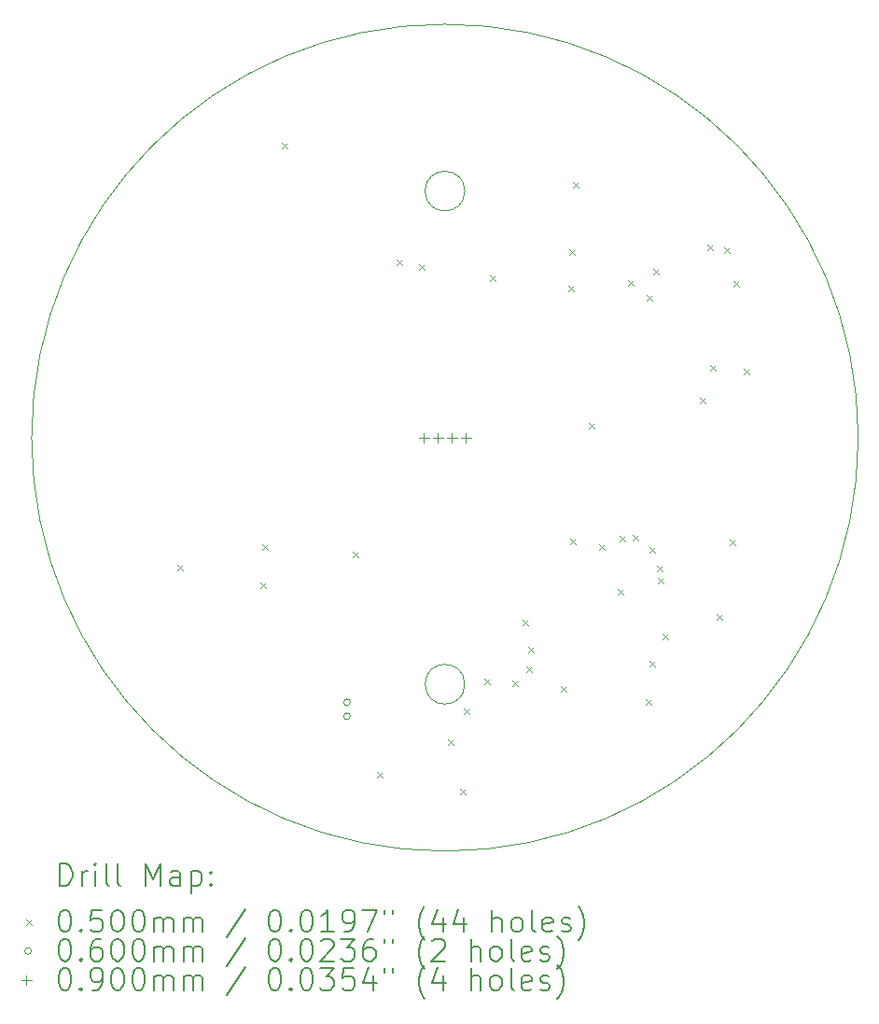
<source format=gbr>
%TF.GenerationSoftware,KiCad,Pcbnew,6.0.7-f9a2dced07~116~ubuntu22.04.1*%
%TF.CreationDate,2022-08-25T07:51:39+02:00*%
%TF.ProjectId,PCB-Ange,5043422d-416e-4676-952e-6b696361645f,rev?*%
%TF.SameCoordinates,Original*%
%TF.FileFunction,Drillmap*%
%TF.FilePolarity,Positive*%
%FSLAX45Y45*%
G04 Gerber Fmt 4.5, Leading zero omitted, Abs format (unit mm)*
G04 Created by KiCad (PCBNEW 6.0.7-f9a2dced07~116~ubuntu22.04.1) date 2022-08-25 07:51:39*
%MOMM*%
%LPD*%
G01*
G04 APERTURE LIST*
%ADD10C,0.050000*%
%ADD11C,0.200000*%
%ADD12C,0.060000*%
%ADD13C,0.090000*%
G04 APERTURE END LIST*
D10*
X10180000Y-12236500D02*
G75*
G03*
X10180000Y-12236500I-180000J0D01*
G01*
X10180000Y-7763500D02*
G75*
G03*
X10180000Y-7763500I-180000J0D01*
G01*
X13750000Y-10000000D02*
G75*
G03*
X13750000Y-10000000I-3750000J0D01*
G01*
D11*
D10*
X7572160Y-11153560D02*
X7622160Y-11203560D01*
X7622160Y-11153560D02*
X7572160Y-11203560D01*
X8329080Y-11311040D02*
X8379080Y-11361040D01*
X8379080Y-11311040D02*
X8329080Y-11361040D01*
X8339240Y-10965600D02*
X8389240Y-11015600D01*
X8389240Y-10965600D02*
X8339240Y-11015600D01*
X8517040Y-7323240D02*
X8567040Y-7373240D01*
X8567040Y-7323240D02*
X8517040Y-7373240D01*
X9162200Y-11031640D02*
X9212200Y-11081640D01*
X9212200Y-11031640D02*
X9162200Y-11081640D01*
X9385720Y-13033160D02*
X9435720Y-13083160D01*
X9435720Y-13033160D02*
X9385720Y-13083160D01*
X9558440Y-8384960D02*
X9608440Y-8434960D01*
X9608440Y-8384960D02*
X9558440Y-8434960D01*
X9766720Y-8430680D02*
X9816720Y-8480680D01*
X9816720Y-8430680D02*
X9766720Y-8480680D01*
X10025800Y-12733440D02*
X10075800Y-12783440D01*
X10075800Y-12733440D02*
X10025800Y-12783440D01*
X10137560Y-13185560D02*
X10187560Y-13235560D01*
X10187560Y-13185560D02*
X10137560Y-13235560D01*
X10170000Y-12455000D02*
X10220000Y-12505000D01*
X10220000Y-12455000D02*
X10170000Y-12505000D01*
X10361080Y-12184800D02*
X10411080Y-12234800D01*
X10411080Y-12184800D02*
X10361080Y-12234800D01*
X10411880Y-8532280D02*
X10461880Y-8582280D01*
X10461880Y-8532280D02*
X10411880Y-8582280D01*
X10615080Y-12200040D02*
X10665080Y-12250040D01*
X10665080Y-12200040D02*
X10615080Y-12250040D01*
X10706520Y-11656480D02*
X10756520Y-11706480D01*
X10756520Y-11656480D02*
X10706520Y-11706480D01*
X10742080Y-12078120D02*
X10792080Y-12128120D01*
X10792080Y-12078120D02*
X10742080Y-12128120D01*
X10752240Y-11900320D02*
X10802240Y-11950320D01*
X10802240Y-11900320D02*
X10752240Y-11950320D01*
X11051960Y-12250840D02*
X11101960Y-12300840D01*
X11101960Y-12250840D02*
X11051960Y-12300840D01*
X11118000Y-8623720D02*
X11168000Y-8673720D01*
X11168000Y-8623720D02*
X11118000Y-8673720D01*
X11128160Y-8288440D02*
X11178160Y-8338440D01*
X11178160Y-8288440D02*
X11128160Y-8338440D01*
X11138320Y-10914800D02*
X11188320Y-10964800D01*
X11188320Y-10914800D02*
X11138320Y-10964800D01*
X11163720Y-7683920D02*
X11213720Y-7733920D01*
X11213720Y-7683920D02*
X11163720Y-7733920D01*
X11305960Y-9868320D02*
X11355960Y-9918320D01*
X11355960Y-9868320D02*
X11305960Y-9918320D01*
X11397400Y-10970680D02*
X11447400Y-11020680D01*
X11447400Y-10970680D02*
X11397400Y-11020680D01*
X11565040Y-11372000D02*
X11615040Y-11422000D01*
X11615040Y-11372000D02*
X11565040Y-11422000D01*
X11581641Y-10892844D02*
X11631641Y-10942844D01*
X11631641Y-10892844D02*
X11581641Y-10942844D01*
X11661560Y-8572920D02*
X11711560Y-8622920D01*
X11711560Y-8572920D02*
X11661560Y-8622920D01*
X11707280Y-10884320D02*
X11757280Y-10934320D01*
X11757280Y-10884320D02*
X11707280Y-10934320D01*
X11819040Y-12372760D02*
X11869040Y-12422760D01*
X11869040Y-12372760D02*
X11819040Y-12422760D01*
X11834280Y-8705000D02*
X11884280Y-8755000D01*
X11884280Y-8705000D02*
X11834280Y-8755000D01*
X11859680Y-10991000D02*
X11909680Y-11041000D01*
X11909680Y-10991000D02*
X11859680Y-11041000D01*
X11859680Y-12022240D02*
X11909680Y-12072240D01*
X11909680Y-12022240D02*
X11859680Y-12072240D01*
X11890160Y-8471320D02*
X11940160Y-8521320D01*
X11940160Y-8471320D02*
X11890160Y-8521320D01*
X11920640Y-11163720D02*
X11970640Y-11213720D01*
X11970640Y-11163720D02*
X11920640Y-11213720D01*
X11935880Y-11270400D02*
X11985880Y-11320400D01*
X11985880Y-11270400D02*
X11935880Y-11320400D01*
X11976520Y-11778400D02*
X12026520Y-11828400D01*
X12026520Y-11778400D02*
X11976520Y-11828400D01*
X12311800Y-9634640D02*
X12361800Y-9684640D01*
X12361800Y-9634640D02*
X12311800Y-9684640D01*
X12377840Y-8252880D02*
X12427840Y-8302880D01*
X12427840Y-8252880D02*
X12377840Y-8302880D01*
X12408320Y-9345080D02*
X12458320Y-9395080D01*
X12458320Y-9345080D02*
X12408320Y-9395080D01*
X12464200Y-11600600D02*
X12514200Y-11650600D01*
X12514200Y-11600600D02*
X12464200Y-11650600D01*
X12530240Y-8278280D02*
X12580240Y-8328280D01*
X12580240Y-8278280D02*
X12530240Y-8328280D01*
X12586120Y-10924960D02*
X12636120Y-10974960D01*
X12636120Y-10924960D02*
X12586120Y-10974960D01*
X12621680Y-8578000D02*
X12671680Y-8628000D01*
X12671680Y-8578000D02*
X12621680Y-8628000D01*
X12713120Y-9375560D02*
X12763120Y-9425560D01*
X12763120Y-9375560D02*
X12713120Y-9425560D01*
D12*
X9141000Y-12400300D02*
G75*
G03*
X9141000Y-12400300I-30000J0D01*
G01*
X9141000Y-12527300D02*
G75*
G03*
X9141000Y-12527300I-30000J0D01*
G01*
D13*
X9809500Y-9955000D02*
X9809500Y-10045000D01*
X9764500Y-10000000D02*
X9854500Y-10000000D01*
X9936500Y-9955000D02*
X9936500Y-10045000D01*
X9891500Y-10000000D02*
X9981500Y-10000000D01*
X10063500Y-9955000D02*
X10063500Y-10045000D01*
X10018500Y-10000000D02*
X10108500Y-10000000D01*
X10190500Y-9955000D02*
X10190500Y-10045000D01*
X10145500Y-10000000D02*
X10235500Y-10000000D01*
D11*
X6505119Y-14062976D02*
X6505119Y-13862976D01*
X6552738Y-13862976D01*
X6581309Y-13872500D01*
X6600357Y-13891548D01*
X6609881Y-13910595D01*
X6619405Y-13948690D01*
X6619405Y-13977262D01*
X6609881Y-14015357D01*
X6600357Y-14034405D01*
X6581309Y-14053452D01*
X6552738Y-14062976D01*
X6505119Y-14062976D01*
X6705119Y-14062976D02*
X6705119Y-13929643D01*
X6705119Y-13967738D02*
X6714643Y-13948690D01*
X6724167Y-13939167D01*
X6743214Y-13929643D01*
X6762262Y-13929643D01*
X6828928Y-14062976D02*
X6828928Y-13929643D01*
X6828928Y-13862976D02*
X6819405Y-13872500D01*
X6828928Y-13882024D01*
X6838452Y-13872500D01*
X6828928Y-13862976D01*
X6828928Y-13882024D01*
X6952738Y-14062976D02*
X6933690Y-14053452D01*
X6924167Y-14034405D01*
X6924167Y-13862976D01*
X7057500Y-14062976D02*
X7038452Y-14053452D01*
X7028928Y-14034405D01*
X7028928Y-13862976D01*
X7286071Y-14062976D02*
X7286071Y-13862976D01*
X7352738Y-14005833D01*
X7419405Y-13862976D01*
X7419405Y-14062976D01*
X7600357Y-14062976D02*
X7600357Y-13958214D01*
X7590833Y-13939167D01*
X7571786Y-13929643D01*
X7533690Y-13929643D01*
X7514643Y-13939167D01*
X7600357Y-14053452D02*
X7581309Y-14062976D01*
X7533690Y-14062976D01*
X7514643Y-14053452D01*
X7505119Y-14034405D01*
X7505119Y-14015357D01*
X7514643Y-13996309D01*
X7533690Y-13986786D01*
X7581309Y-13986786D01*
X7600357Y-13977262D01*
X7695595Y-13929643D02*
X7695595Y-14129643D01*
X7695595Y-13939167D02*
X7714643Y-13929643D01*
X7752738Y-13929643D01*
X7771786Y-13939167D01*
X7781309Y-13948690D01*
X7790833Y-13967738D01*
X7790833Y-14024881D01*
X7781309Y-14043928D01*
X7771786Y-14053452D01*
X7752738Y-14062976D01*
X7714643Y-14062976D01*
X7695595Y-14053452D01*
X7876548Y-14043928D02*
X7886071Y-14053452D01*
X7876548Y-14062976D01*
X7867024Y-14053452D01*
X7876548Y-14043928D01*
X7876548Y-14062976D01*
X7876548Y-13939167D02*
X7886071Y-13948690D01*
X7876548Y-13958214D01*
X7867024Y-13948690D01*
X7876548Y-13939167D01*
X7876548Y-13958214D01*
D10*
X6197500Y-14367500D02*
X6247500Y-14417500D01*
X6247500Y-14367500D02*
X6197500Y-14417500D01*
D11*
X6543214Y-14282976D02*
X6562262Y-14282976D01*
X6581309Y-14292500D01*
X6590833Y-14302024D01*
X6600357Y-14321071D01*
X6609881Y-14359167D01*
X6609881Y-14406786D01*
X6600357Y-14444881D01*
X6590833Y-14463928D01*
X6581309Y-14473452D01*
X6562262Y-14482976D01*
X6543214Y-14482976D01*
X6524167Y-14473452D01*
X6514643Y-14463928D01*
X6505119Y-14444881D01*
X6495595Y-14406786D01*
X6495595Y-14359167D01*
X6505119Y-14321071D01*
X6514643Y-14302024D01*
X6524167Y-14292500D01*
X6543214Y-14282976D01*
X6695595Y-14463928D02*
X6705119Y-14473452D01*
X6695595Y-14482976D01*
X6686071Y-14473452D01*
X6695595Y-14463928D01*
X6695595Y-14482976D01*
X6886071Y-14282976D02*
X6790833Y-14282976D01*
X6781309Y-14378214D01*
X6790833Y-14368690D01*
X6809881Y-14359167D01*
X6857500Y-14359167D01*
X6876548Y-14368690D01*
X6886071Y-14378214D01*
X6895595Y-14397262D01*
X6895595Y-14444881D01*
X6886071Y-14463928D01*
X6876548Y-14473452D01*
X6857500Y-14482976D01*
X6809881Y-14482976D01*
X6790833Y-14473452D01*
X6781309Y-14463928D01*
X7019405Y-14282976D02*
X7038452Y-14282976D01*
X7057500Y-14292500D01*
X7067024Y-14302024D01*
X7076548Y-14321071D01*
X7086071Y-14359167D01*
X7086071Y-14406786D01*
X7076548Y-14444881D01*
X7067024Y-14463928D01*
X7057500Y-14473452D01*
X7038452Y-14482976D01*
X7019405Y-14482976D01*
X7000357Y-14473452D01*
X6990833Y-14463928D01*
X6981309Y-14444881D01*
X6971786Y-14406786D01*
X6971786Y-14359167D01*
X6981309Y-14321071D01*
X6990833Y-14302024D01*
X7000357Y-14292500D01*
X7019405Y-14282976D01*
X7209881Y-14282976D02*
X7228928Y-14282976D01*
X7247976Y-14292500D01*
X7257500Y-14302024D01*
X7267024Y-14321071D01*
X7276548Y-14359167D01*
X7276548Y-14406786D01*
X7267024Y-14444881D01*
X7257500Y-14463928D01*
X7247976Y-14473452D01*
X7228928Y-14482976D01*
X7209881Y-14482976D01*
X7190833Y-14473452D01*
X7181309Y-14463928D01*
X7171786Y-14444881D01*
X7162262Y-14406786D01*
X7162262Y-14359167D01*
X7171786Y-14321071D01*
X7181309Y-14302024D01*
X7190833Y-14292500D01*
X7209881Y-14282976D01*
X7362262Y-14482976D02*
X7362262Y-14349643D01*
X7362262Y-14368690D02*
X7371786Y-14359167D01*
X7390833Y-14349643D01*
X7419405Y-14349643D01*
X7438452Y-14359167D01*
X7447976Y-14378214D01*
X7447976Y-14482976D01*
X7447976Y-14378214D02*
X7457500Y-14359167D01*
X7476548Y-14349643D01*
X7505119Y-14349643D01*
X7524167Y-14359167D01*
X7533690Y-14378214D01*
X7533690Y-14482976D01*
X7628928Y-14482976D02*
X7628928Y-14349643D01*
X7628928Y-14368690D02*
X7638452Y-14359167D01*
X7657500Y-14349643D01*
X7686071Y-14349643D01*
X7705119Y-14359167D01*
X7714643Y-14378214D01*
X7714643Y-14482976D01*
X7714643Y-14378214D02*
X7724167Y-14359167D01*
X7743214Y-14349643D01*
X7771786Y-14349643D01*
X7790833Y-14359167D01*
X7800357Y-14378214D01*
X7800357Y-14482976D01*
X8190833Y-14273452D02*
X8019405Y-14530595D01*
X8447976Y-14282976D02*
X8467024Y-14282976D01*
X8486071Y-14292500D01*
X8495595Y-14302024D01*
X8505119Y-14321071D01*
X8514643Y-14359167D01*
X8514643Y-14406786D01*
X8505119Y-14444881D01*
X8495595Y-14463928D01*
X8486071Y-14473452D01*
X8467024Y-14482976D01*
X8447976Y-14482976D01*
X8428929Y-14473452D01*
X8419405Y-14463928D01*
X8409881Y-14444881D01*
X8400357Y-14406786D01*
X8400357Y-14359167D01*
X8409881Y-14321071D01*
X8419405Y-14302024D01*
X8428929Y-14292500D01*
X8447976Y-14282976D01*
X8600357Y-14463928D02*
X8609881Y-14473452D01*
X8600357Y-14482976D01*
X8590833Y-14473452D01*
X8600357Y-14463928D01*
X8600357Y-14482976D01*
X8733690Y-14282976D02*
X8752738Y-14282976D01*
X8771786Y-14292500D01*
X8781310Y-14302024D01*
X8790833Y-14321071D01*
X8800357Y-14359167D01*
X8800357Y-14406786D01*
X8790833Y-14444881D01*
X8781310Y-14463928D01*
X8771786Y-14473452D01*
X8752738Y-14482976D01*
X8733690Y-14482976D01*
X8714643Y-14473452D01*
X8705119Y-14463928D01*
X8695595Y-14444881D01*
X8686071Y-14406786D01*
X8686071Y-14359167D01*
X8695595Y-14321071D01*
X8705119Y-14302024D01*
X8714643Y-14292500D01*
X8733690Y-14282976D01*
X8990833Y-14482976D02*
X8876548Y-14482976D01*
X8933690Y-14482976D02*
X8933690Y-14282976D01*
X8914643Y-14311548D01*
X8895595Y-14330595D01*
X8876548Y-14340119D01*
X9086071Y-14482976D02*
X9124167Y-14482976D01*
X9143214Y-14473452D01*
X9152738Y-14463928D01*
X9171786Y-14435357D01*
X9181310Y-14397262D01*
X9181310Y-14321071D01*
X9171786Y-14302024D01*
X9162262Y-14292500D01*
X9143214Y-14282976D01*
X9105119Y-14282976D01*
X9086071Y-14292500D01*
X9076548Y-14302024D01*
X9067024Y-14321071D01*
X9067024Y-14368690D01*
X9076548Y-14387738D01*
X9086071Y-14397262D01*
X9105119Y-14406786D01*
X9143214Y-14406786D01*
X9162262Y-14397262D01*
X9171786Y-14387738D01*
X9181310Y-14368690D01*
X9247976Y-14282976D02*
X9381310Y-14282976D01*
X9295595Y-14482976D01*
X9447976Y-14282976D02*
X9447976Y-14321071D01*
X9524167Y-14282976D02*
X9524167Y-14321071D01*
X9819405Y-14559167D02*
X9809881Y-14549643D01*
X9790833Y-14521071D01*
X9781310Y-14502024D01*
X9771786Y-14473452D01*
X9762262Y-14425833D01*
X9762262Y-14387738D01*
X9771786Y-14340119D01*
X9781310Y-14311548D01*
X9790833Y-14292500D01*
X9809881Y-14263928D01*
X9819405Y-14254405D01*
X9981310Y-14349643D02*
X9981310Y-14482976D01*
X9933690Y-14273452D02*
X9886071Y-14416309D01*
X10009881Y-14416309D01*
X10171786Y-14349643D02*
X10171786Y-14482976D01*
X10124167Y-14273452D02*
X10076548Y-14416309D01*
X10200357Y-14416309D01*
X10428929Y-14482976D02*
X10428929Y-14282976D01*
X10514643Y-14482976D02*
X10514643Y-14378214D01*
X10505119Y-14359167D01*
X10486071Y-14349643D01*
X10457500Y-14349643D01*
X10438452Y-14359167D01*
X10428929Y-14368690D01*
X10638452Y-14482976D02*
X10619405Y-14473452D01*
X10609881Y-14463928D01*
X10600357Y-14444881D01*
X10600357Y-14387738D01*
X10609881Y-14368690D01*
X10619405Y-14359167D01*
X10638452Y-14349643D01*
X10667024Y-14349643D01*
X10686071Y-14359167D01*
X10695595Y-14368690D01*
X10705119Y-14387738D01*
X10705119Y-14444881D01*
X10695595Y-14463928D01*
X10686071Y-14473452D01*
X10667024Y-14482976D01*
X10638452Y-14482976D01*
X10819405Y-14482976D02*
X10800357Y-14473452D01*
X10790833Y-14454405D01*
X10790833Y-14282976D01*
X10971786Y-14473452D02*
X10952738Y-14482976D01*
X10914643Y-14482976D01*
X10895595Y-14473452D01*
X10886071Y-14454405D01*
X10886071Y-14378214D01*
X10895595Y-14359167D01*
X10914643Y-14349643D01*
X10952738Y-14349643D01*
X10971786Y-14359167D01*
X10981310Y-14378214D01*
X10981310Y-14397262D01*
X10886071Y-14416309D01*
X11057500Y-14473452D02*
X11076548Y-14482976D01*
X11114643Y-14482976D01*
X11133690Y-14473452D01*
X11143214Y-14454405D01*
X11143214Y-14444881D01*
X11133690Y-14425833D01*
X11114643Y-14416309D01*
X11086071Y-14416309D01*
X11067024Y-14406786D01*
X11057500Y-14387738D01*
X11057500Y-14378214D01*
X11067024Y-14359167D01*
X11086071Y-14349643D01*
X11114643Y-14349643D01*
X11133690Y-14359167D01*
X11209881Y-14559167D02*
X11219405Y-14549643D01*
X11238452Y-14521071D01*
X11247976Y-14502024D01*
X11257500Y-14473452D01*
X11267024Y-14425833D01*
X11267024Y-14387738D01*
X11257500Y-14340119D01*
X11247976Y-14311548D01*
X11238452Y-14292500D01*
X11219405Y-14263928D01*
X11209881Y-14254405D01*
D12*
X6247500Y-14656500D02*
G75*
G03*
X6247500Y-14656500I-30000J0D01*
G01*
D11*
X6543214Y-14546976D02*
X6562262Y-14546976D01*
X6581309Y-14556500D01*
X6590833Y-14566024D01*
X6600357Y-14585071D01*
X6609881Y-14623167D01*
X6609881Y-14670786D01*
X6600357Y-14708881D01*
X6590833Y-14727928D01*
X6581309Y-14737452D01*
X6562262Y-14746976D01*
X6543214Y-14746976D01*
X6524167Y-14737452D01*
X6514643Y-14727928D01*
X6505119Y-14708881D01*
X6495595Y-14670786D01*
X6495595Y-14623167D01*
X6505119Y-14585071D01*
X6514643Y-14566024D01*
X6524167Y-14556500D01*
X6543214Y-14546976D01*
X6695595Y-14727928D02*
X6705119Y-14737452D01*
X6695595Y-14746976D01*
X6686071Y-14737452D01*
X6695595Y-14727928D01*
X6695595Y-14746976D01*
X6876548Y-14546976D02*
X6838452Y-14546976D01*
X6819405Y-14556500D01*
X6809881Y-14566024D01*
X6790833Y-14594595D01*
X6781309Y-14632690D01*
X6781309Y-14708881D01*
X6790833Y-14727928D01*
X6800357Y-14737452D01*
X6819405Y-14746976D01*
X6857500Y-14746976D01*
X6876548Y-14737452D01*
X6886071Y-14727928D01*
X6895595Y-14708881D01*
X6895595Y-14661262D01*
X6886071Y-14642214D01*
X6876548Y-14632690D01*
X6857500Y-14623167D01*
X6819405Y-14623167D01*
X6800357Y-14632690D01*
X6790833Y-14642214D01*
X6781309Y-14661262D01*
X7019405Y-14546976D02*
X7038452Y-14546976D01*
X7057500Y-14556500D01*
X7067024Y-14566024D01*
X7076548Y-14585071D01*
X7086071Y-14623167D01*
X7086071Y-14670786D01*
X7076548Y-14708881D01*
X7067024Y-14727928D01*
X7057500Y-14737452D01*
X7038452Y-14746976D01*
X7019405Y-14746976D01*
X7000357Y-14737452D01*
X6990833Y-14727928D01*
X6981309Y-14708881D01*
X6971786Y-14670786D01*
X6971786Y-14623167D01*
X6981309Y-14585071D01*
X6990833Y-14566024D01*
X7000357Y-14556500D01*
X7019405Y-14546976D01*
X7209881Y-14546976D02*
X7228928Y-14546976D01*
X7247976Y-14556500D01*
X7257500Y-14566024D01*
X7267024Y-14585071D01*
X7276548Y-14623167D01*
X7276548Y-14670786D01*
X7267024Y-14708881D01*
X7257500Y-14727928D01*
X7247976Y-14737452D01*
X7228928Y-14746976D01*
X7209881Y-14746976D01*
X7190833Y-14737452D01*
X7181309Y-14727928D01*
X7171786Y-14708881D01*
X7162262Y-14670786D01*
X7162262Y-14623167D01*
X7171786Y-14585071D01*
X7181309Y-14566024D01*
X7190833Y-14556500D01*
X7209881Y-14546976D01*
X7362262Y-14746976D02*
X7362262Y-14613643D01*
X7362262Y-14632690D02*
X7371786Y-14623167D01*
X7390833Y-14613643D01*
X7419405Y-14613643D01*
X7438452Y-14623167D01*
X7447976Y-14642214D01*
X7447976Y-14746976D01*
X7447976Y-14642214D02*
X7457500Y-14623167D01*
X7476548Y-14613643D01*
X7505119Y-14613643D01*
X7524167Y-14623167D01*
X7533690Y-14642214D01*
X7533690Y-14746976D01*
X7628928Y-14746976D02*
X7628928Y-14613643D01*
X7628928Y-14632690D02*
X7638452Y-14623167D01*
X7657500Y-14613643D01*
X7686071Y-14613643D01*
X7705119Y-14623167D01*
X7714643Y-14642214D01*
X7714643Y-14746976D01*
X7714643Y-14642214D02*
X7724167Y-14623167D01*
X7743214Y-14613643D01*
X7771786Y-14613643D01*
X7790833Y-14623167D01*
X7800357Y-14642214D01*
X7800357Y-14746976D01*
X8190833Y-14537452D02*
X8019405Y-14794595D01*
X8447976Y-14546976D02*
X8467024Y-14546976D01*
X8486071Y-14556500D01*
X8495595Y-14566024D01*
X8505119Y-14585071D01*
X8514643Y-14623167D01*
X8514643Y-14670786D01*
X8505119Y-14708881D01*
X8495595Y-14727928D01*
X8486071Y-14737452D01*
X8467024Y-14746976D01*
X8447976Y-14746976D01*
X8428929Y-14737452D01*
X8419405Y-14727928D01*
X8409881Y-14708881D01*
X8400357Y-14670786D01*
X8400357Y-14623167D01*
X8409881Y-14585071D01*
X8419405Y-14566024D01*
X8428929Y-14556500D01*
X8447976Y-14546976D01*
X8600357Y-14727928D02*
X8609881Y-14737452D01*
X8600357Y-14746976D01*
X8590833Y-14737452D01*
X8600357Y-14727928D01*
X8600357Y-14746976D01*
X8733690Y-14546976D02*
X8752738Y-14546976D01*
X8771786Y-14556500D01*
X8781310Y-14566024D01*
X8790833Y-14585071D01*
X8800357Y-14623167D01*
X8800357Y-14670786D01*
X8790833Y-14708881D01*
X8781310Y-14727928D01*
X8771786Y-14737452D01*
X8752738Y-14746976D01*
X8733690Y-14746976D01*
X8714643Y-14737452D01*
X8705119Y-14727928D01*
X8695595Y-14708881D01*
X8686071Y-14670786D01*
X8686071Y-14623167D01*
X8695595Y-14585071D01*
X8705119Y-14566024D01*
X8714643Y-14556500D01*
X8733690Y-14546976D01*
X8876548Y-14566024D02*
X8886071Y-14556500D01*
X8905119Y-14546976D01*
X8952738Y-14546976D01*
X8971786Y-14556500D01*
X8981310Y-14566024D01*
X8990833Y-14585071D01*
X8990833Y-14604119D01*
X8981310Y-14632690D01*
X8867024Y-14746976D01*
X8990833Y-14746976D01*
X9057500Y-14546976D02*
X9181310Y-14546976D01*
X9114643Y-14623167D01*
X9143214Y-14623167D01*
X9162262Y-14632690D01*
X9171786Y-14642214D01*
X9181310Y-14661262D01*
X9181310Y-14708881D01*
X9171786Y-14727928D01*
X9162262Y-14737452D01*
X9143214Y-14746976D01*
X9086071Y-14746976D01*
X9067024Y-14737452D01*
X9057500Y-14727928D01*
X9352738Y-14546976D02*
X9314643Y-14546976D01*
X9295595Y-14556500D01*
X9286071Y-14566024D01*
X9267024Y-14594595D01*
X9257500Y-14632690D01*
X9257500Y-14708881D01*
X9267024Y-14727928D01*
X9276548Y-14737452D01*
X9295595Y-14746976D01*
X9333690Y-14746976D01*
X9352738Y-14737452D01*
X9362262Y-14727928D01*
X9371786Y-14708881D01*
X9371786Y-14661262D01*
X9362262Y-14642214D01*
X9352738Y-14632690D01*
X9333690Y-14623167D01*
X9295595Y-14623167D01*
X9276548Y-14632690D01*
X9267024Y-14642214D01*
X9257500Y-14661262D01*
X9447976Y-14546976D02*
X9447976Y-14585071D01*
X9524167Y-14546976D02*
X9524167Y-14585071D01*
X9819405Y-14823167D02*
X9809881Y-14813643D01*
X9790833Y-14785071D01*
X9781310Y-14766024D01*
X9771786Y-14737452D01*
X9762262Y-14689833D01*
X9762262Y-14651738D01*
X9771786Y-14604119D01*
X9781310Y-14575548D01*
X9790833Y-14556500D01*
X9809881Y-14527928D01*
X9819405Y-14518405D01*
X9886071Y-14566024D02*
X9895595Y-14556500D01*
X9914643Y-14546976D01*
X9962262Y-14546976D01*
X9981310Y-14556500D01*
X9990833Y-14566024D01*
X10000357Y-14585071D01*
X10000357Y-14604119D01*
X9990833Y-14632690D01*
X9876548Y-14746976D01*
X10000357Y-14746976D01*
X10238452Y-14746976D02*
X10238452Y-14546976D01*
X10324167Y-14746976D02*
X10324167Y-14642214D01*
X10314643Y-14623167D01*
X10295595Y-14613643D01*
X10267024Y-14613643D01*
X10247976Y-14623167D01*
X10238452Y-14632690D01*
X10447976Y-14746976D02*
X10428929Y-14737452D01*
X10419405Y-14727928D01*
X10409881Y-14708881D01*
X10409881Y-14651738D01*
X10419405Y-14632690D01*
X10428929Y-14623167D01*
X10447976Y-14613643D01*
X10476548Y-14613643D01*
X10495595Y-14623167D01*
X10505119Y-14632690D01*
X10514643Y-14651738D01*
X10514643Y-14708881D01*
X10505119Y-14727928D01*
X10495595Y-14737452D01*
X10476548Y-14746976D01*
X10447976Y-14746976D01*
X10628929Y-14746976D02*
X10609881Y-14737452D01*
X10600357Y-14718405D01*
X10600357Y-14546976D01*
X10781310Y-14737452D02*
X10762262Y-14746976D01*
X10724167Y-14746976D01*
X10705119Y-14737452D01*
X10695595Y-14718405D01*
X10695595Y-14642214D01*
X10705119Y-14623167D01*
X10724167Y-14613643D01*
X10762262Y-14613643D01*
X10781310Y-14623167D01*
X10790833Y-14642214D01*
X10790833Y-14661262D01*
X10695595Y-14680309D01*
X10867024Y-14737452D02*
X10886071Y-14746976D01*
X10924167Y-14746976D01*
X10943214Y-14737452D01*
X10952738Y-14718405D01*
X10952738Y-14708881D01*
X10943214Y-14689833D01*
X10924167Y-14680309D01*
X10895595Y-14680309D01*
X10876548Y-14670786D01*
X10867024Y-14651738D01*
X10867024Y-14642214D01*
X10876548Y-14623167D01*
X10895595Y-14613643D01*
X10924167Y-14613643D01*
X10943214Y-14623167D01*
X11019405Y-14823167D02*
X11028929Y-14813643D01*
X11047976Y-14785071D01*
X11057500Y-14766024D01*
X11067024Y-14737452D01*
X11076548Y-14689833D01*
X11076548Y-14651738D01*
X11067024Y-14604119D01*
X11057500Y-14575548D01*
X11047976Y-14556500D01*
X11028929Y-14527928D01*
X11019405Y-14518405D01*
D13*
X6202500Y-14875500D02*
X6202500Y-14965500D01*
X6157500Y-14920500D02*
X6247500Y-14920500D01*
D11*
X6543214Y-14810976D02*
X6562262Y-14810976D01*
X6581309Y-14820500D01*
X6590833Y-14830024D01*
X6600357Y-14849071D01*
X6609881Y-14887167D01*
X6609881Y-14934786D01*
X6600357Y-14972881D01*
X6590833Y-14991928D01*
X6581309Y-15001452D01*
X6562262Y-15010976D01*
X6543214Y-15010976D01*
X6524167Y-15001452D01*
X6514643Y-14991928D01*
X6505119Y-14972881D01*
X6495595Y-14934786D01*
X6495595Y-14887167D01*
X6505119Y-14849071D01*
X6514643Y-14830024D01*
X6524167Y-14820500D01*
X6543214Y-14810976D01*
X6695595Y-14991928D02*
X6705119Y-15001452D01*
X6695595Y-15010976D01*
X6686071Y-15001452D01*
X6695595Y-14991928D01*
X6695595Y-15010976D01*
X6800357Y-15010976D02*
X6838452Y-15010976D01*
X6857500Y-15001452D01*
X6867024Y-14991928D01*
X6886071Y-14963357D01*
X6895595Y-14925262D01*
X6895595Y-14849071D01*
X6886071Y-14830024D01*
X6876548Y-14820500D01*
X6857500Y-14810976D01*
X6819405Y-14810976D01*
X6800357Y-14820500D01*
X6790833Y-14830024D01*
X6781309Y-14849071D01*
X6781309Y-14896690D01*
X6790833Y-14915738D01*
X6800357Y-14925262D01*
X6819405Y-14934786D01*
X6857500Y-14934786D01*
X6876548Y-14925262D01*
X6886071Y-14915738D01*
X6895595Y-14896690D01*
X7019405Y-14810976D02*
X7038452Y-14810976D01*
X7057500Y-14820500D01*
X7067024Y-14830024D01*
X7076548Y-14849071D01*
X7086071Y-14887167D01*
X7086071Y-14934786D01*
X7076548Y-14972881D01*
X7067024Y-14991928D01*
X7057500Y-15001452D01*
X7038452Y-15010976D01*
X7019405Y-15010976D01*
X7000357Y-15001452D01*
X6990833Y-14991928D01*
X6981309Y-14972881D01*
X6971786Y-14934786D01*
X6971786Y-14887167D01*
X6981309Y-14849071D01*
X6990833Y-14830024D01*
X7000357Y-14820500D01*
X7019405Y-14810976D01*
X7209881Y-14810976D02*
X7228928Y-14810976D01*
X7247976Y-14820500D01*
X7257500Y-14830024D01*
X7267024Y-14849071D01*
X7276548Y-14887167D01*
X7276548Y-14934786D01*
X7267024Y-14972881D01*
X7257500Y-14991928D01*
X7247976Y-15001452D01*
X7228928Y-15010976D01*
X7209881Y-15010976D01*
X7190833Y-15001452D01*
X7181309Y-14991928D01*
X7171786Y-14972881D01*
X7162262Y-14934786D01*
X7162262Y-14887167D01*
X7171786Y-14849071D01*
X7181309Y-14830024D01*
X7190833Y-14820500D01*
X7209881Y-14810976D01*
X7362262Y-15010976D02*
X7362262Y-14877643D01*
X7362262Y-14896690D02*
X7371786Y-14887167D01*
X7390833Y-14877643D01*
X7419405Y-14877643D01*
X7438452Y-14887167D01*
X7447976Y-14906214D01*
X7447976Y-15010976D01*
X7447976Y-14906214D02*
X7457500Y-14887167D01*
X7476548Y-14877643D01*
X7505119Y-14877643D01*
X7524167Y-14887167D01*
X7533690Y-14906214D01*
X7533690Y-15010976D01*
X7628928Y-15010976D02*
X7628928Y-14877643D01*
X7628928Y-14896690D02*
X7638452Y-14887167D01*
X7657500Y-14877643D01*
X7686071Y-14877643D01*
X7705119Y-14887167D01*
X7714643Y-14906214D01*
X7714643Y-15010976D01*
X7714643Y-14906214D02*
X7724167Y-14887167D01*
X7743214Y-14877643D01*
X7771786Y-14877643D01*
X7790833Y-14887167D01*
X7800357Y-14906214D01*
X7800357Y-15010976D01*
X8190833Y-14801452D02*
X8019405Y-15058595D01*
X8447976Y-14810976D02*
X8467024Y-14810976D01*
X8486071Y-14820500D01*
X8495595Y-14830024D01*
X8505119Y-14849071D01*
X8514643Y-14887167D01*
X8514643Y-14934786D01*
X8505119Y-14972881D01*
X8495595Y-14991928D01*
X8486071Y-15001452D01*
X8467024Y-15010976D01*
X8447976Y-15010976D01*
X8428929Y-15001452D01*
X8419405Y-14991928D01*
X8409881Y-14972881D01*
X8400357Y-14934786D01*
X8400357Y-14887167D01*
X8409881Y-14849071D01*
X8419405Y-14830024D01*
X8428929Y-14820500D01*
X8447976Y-14810976D01*
X8600357Y-14991928D02*
X8609881Y-15001452D01*
X8600357Y-15010976D01*
X8590833Y-15001452D01*
X8600357Y-14991928D01*
X8600357Y-15010976D01*
X8733690Y-14810976D02*
X8752738Y-14810976D01*
X8771786Y-14820500D01*
X8781310Y-14830024D01*
X8790833Y-14849071D01*
X8800357Y-14887167D01*
X8800357Y-14934786D01*
X8790833Y-14972881D01*
X8781310Y-14991928D01*
X8771786Y-15001452D01*
X8752738Y-15010976D01*
X8733690Y-15010976D01*
X8714643Y-15001452D01*
X8705119Y-14991928D01*
X8695595Y-14972881D01*
X8686071Y-14934786D01*
X8686071Y-14887167D01*
X8695595Y-14849071D01*
X8705119Y-14830024D01*
X8714643Y-14820500D01*
X8733690Y-14810976D01*
X8867024Y-14810976D02*
X8990833Y-14810976D01*
X8924167Y-14887167D01*
X8952738Y-14887167D01*
X8971786Y-14896690D01*
X8981310Y-14906214D01*
X8990833Y-14925262D01*
X8990833Y-14972881D01*
X8981310Y-14991928D01*
X8971786Y-15001452D01*
X8952738Y-15010976D01*
X8895595Y-15010976D01*
X8876548Y-15001452D01*
X8867024Y-14991928D01*
X9171786Y-14810976D02*
X9076548Y-14810976D01*
X9067024Y-14906214D01*
X9076548Y-14896690D01*
X9095595Y-14887167D01*
X9143214Y-14887167D01*
X9162262Y-14896690D01*
X9171786Y-14906214D01*
X9181310Y-14925262D01*
X9181310Y-14972881D01*
X9171786Y-14991928D01*
X9162262Y-15001452D01*
X9143214Y-15010976D01*
X9095595Y-15010976D01*
X9076548Y-15001452D01*
X9067024Y-14991928D01*
X9352738Y-14877643D02*
X9352738Y-15010976D01*
X9305119Y-14801452D02*
X9257500Y-14944309D01*
X9381310Y-14944309D01*
X9447976Y-14810976D02*
X9447976Y-14849071D01*
X9524167Y-14810976D02*
X9524167Y-14849071D01*
X9819405Y-15087167D02*
X9809881Y-15077643D01*
X9790833Y-15049071D01*
X9781310Y-15030024D01*
X9771786Y-15001452D01*
X9762262Y-14953833D01*
X9762262Y-14915738D01*
X9771786Y-14868119D01*
X9781310Y-14839548D01*
X9790833Y-14820500D01*
X9809881Y-14791928D01*
X9819405Y-14782405D01*
X9981310Y-14877643D02*
X9981310Y-15010976D01*
X9933690Y-14801452D02*
X9886071Y-14944309D01*
X10009881Y-14944309D01*
X10238452Y-15010976D02*
X10238452Y-14810976D01*
X10324167Y-15010976D02*
X10324167Y-14906214D01*
X10314643Y-14887167D01*
X10295595Y-14877643D01*
X10267024Y-14877643D01*
X10247976Y-14887167D01*
X10238452Y-14896690D01*
X10447976Y-15010976D02*
X10428929Y-15001452D01*
X10419405Y-14991928D01*
X10409881Y-14972881D01*
X10409881Y-14915738D01*
X10419405Y-14896690D01*
X10428929Y-14887167D01*
X10447976Y-14877643D01*
X10476548Y-14877643D01*
X10495595Y-14887167D01*
X10505119Y-14896690D01*
X10514643Y-14915738D01*
X10514643Y-14972881D01*
X10505119Y-14991928D01*
X10495595Y-15001452D01*
X10476548Y-15010976D01*
X10447976Y-15010976D01*
X10628929Y-15010976D02*
X10609881Y-15001452D01*
X10600357Y-14982405D01*
X10600357Y-14810976D01*
X10781310Y-15001452D02*
X10762262Y-15010976D01*
X10724167Y-15010976D01*
X10705119Y-15001452D01*
X10695595Y-14982405D01*
X10695595Y-14906214D01*
X10705119Y-14887167D01*
X10724167Y-14877643D01*
X10762262Y-14877643D01*
X10781310Y-14887167D01*
X10790833Y-14906214D01*
X10790833Y-14925262D01*
X10695595Y-14944309D01*
X10867024Y-15001452D02*
X10886071Y-15010976D01*
X10924167Y-15010976D01*
X10943214Y-15001452D01*
X10952738Y-14982405D01*
X10952738Y-14972881D01*
X10943214Y-14953833D01*
X10924167Y-14944309D01*
X10895595Y-14944309D01*
X10876548Y-14934786D01*
X10867024Y-14915738D01*
X10867024Y-14906214D01*
X10876548Y-14887167D01*
X10895595Y-14877643D01*
X10924167Y-14877643D01*
X10943214Y-14887167D01*
X11019405Y-15087167D02*
X11028929Y-15077643D01*
X11047976Y-15049071D01*
X11057500Y-15030024D01*
X11067024Y-15001452D01*
X11076548Y-14953833D01*
X11076548Y-14915738D01*
X11067024Y-14868119D01*
X11057500Y-14839548D01*
X11047976Y-14820500D01*
X11028929Y-14791928D01*
X11019405Y-14782405D01*
M02*

</source>
